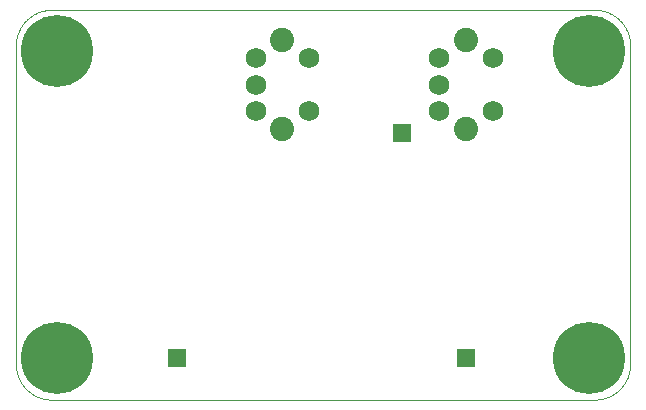
<source format=gbs>
G75*
%MOIN*%
%OFA0B0*%
%FSLAX25Y25*%
%IPPOS*%
%LPD*%
%AMOC8*
5,1,8,0,0,1.08239X$1,22.5*
%
%ADD10C,0.00394*%
%ADD11C,0.06896*%
%ADD12C,0.08077*%
%ADD13C,0.24022*%
%ADD14R,0.06306X0.06306*%
D10*
X0032280Y0024681D02*
X0213383Y0024681D01*
X0213668Y0024684D01*
X0213954Y0024695D01*
X0214239Y0024712D01*
X0214523Y0024736D01*
X0214807Y0024767D01*
X0215090Y0024805D01*
X0215371Y0024850D01*
X0215652Y0024901D01*
X0215932Y0024959D01*
X0216210Y0025024D01*
X0216486Y0025096D01*
X0216760Y0025174D01*
X0217033Y0025259D01*
X0217303Y0025351D01*
X0217571Y0025449D01*
X0217837Y0025553D01*
X0218100Y0025664D01*
X0218360Y0025781D01*
X0218618Y0025904D01*
X0218872Y0026034D01*
X0219123Y0026170D01*
X0219371Y0026311D01*
X0219615Y0026459D01*
X0219856Y0026612D01*
X0220092Y0026772D01*
X0220325Y0026937D01*
X0220554Y0027107D01*
X0220779Y0027283D01*
X0220999Y0027465D01*
X0221215Y0027651D01*
X0221426Y0027843D01*
X0221633Y0028040D01*
X0221835Y0028242D01*
X0222032Y0028449D01*
X0222224Y0028660D01*
X0222410Y0028876D01*
X0222592Y0029096D01*
X0222768Y0029321D01*
X0222938Y0029550D01*
X0223103Y0029783D01*
X0223263Y0030019D01*
X0223416Y0030260D01*
X0223564Y0030504D01*
X0223705Y0030752D01*
X0223841Y0031003D01*
X0223971Y0031257D01*
X0224094Y0031515D01*
X0224211Y0031775D01*
X0224322Y0032038D01*
X0224426Y0032304D01*
X0224524Y0032572D01*
X0224616Y0032842D01*
X0224701Y0033115D01*
X0224779Y0033389D01*
X0224851Y0033665D01*
X0224916Y0033943D01*
X0224974Y0034223D01*
X0225025Y0034504D01*
X0225070Y0034785D01*
X0225108Y0035068D01*
X0225139Y0035352D01*
X0225163Y0035636D01*
X0225180Y0035921D01*
X0225191Y0036207D01*
X0225194Y0036492D01*
X0225194Y0142791D01*
X0225191Y0143076D01*
X0225180Y0143362D01*
X0225163Y0143647D01*
X0225139Y0143931D01*
X0225108Y0144215D01*
X0225070Y0144498D01*
X0225025Y0144779D01*
X0224974Y0145060D01*
X0224916Y0145340D01*
X0224851Y0145618D01*
X0224779Y0145894D01*
X0224701Y0146168D01*
X0224616Y0146441D01*
X0224524Y0146711D01*
X0224426Y0146979D01*
X0224322Y0147245D01*
X0224211Y0147508D01*
X0224094Y0147768D01*
X0223971Y0148026D01*
X0223841Y0148280D01*
X0223705Y0148531D01*
X0223564Y0148779D01*
X0223416Y0149023D01*
X0223263Y0149264D01*
X0223103Y0149500D01*
X0222938Y0149733D01*
X0222768Y0149962D01*
X0222592Y0150187D01*
X0222410Y0150407D01*
X0222224Y0150623D01*
X0222032Y0150834D01*
X0221835Y0151041D01*
X0221633Y0151243D01*
X0221426Y0151440D01*
X0221215Y0151632D01*
X0220999Y0151818D01*
X0220779Y0152000D01*
X0220554Y0152176D01*
X0220325Y0152346D01*
X0220092Y0152511D01*
X0219856Y0152671D01*
X0219615Y0152824D01*
X0219371Y0152972D01*
X0219123Y0153113D01*
X0218872Y0153249D01*
X0218618Y0153379D01*
X0218360Y0153502D01*
X0218100Y0153619D01*
X0217837Y0153730D01*
X0217571Y0153834D01*
X0217303Y0153932D01*
X0217033Y0154024D01*
X0216760Y0154109D01*
X0216486Y0154187D01*
X0216210Y0154259D01*
X0215932Y0154324D01*
X0215652Y0154382D01*
X0215371Y0154433D01*
X0215090Y0154478D01*
X0214807Y0154516D01*
X0214523Y0154547D01*
X0214239Y0154571D01*
X0213954Y0154588D01*
X0213668Y0154599D01*
X0213383Y0154602D01*
X0032280Y0154602D01*
X0031995Y0154599D01*
X0031709Y0154588D01*
X0031424Y0154571D01*
X0031140Y0154547D01*
X0030856Y0154516D01*
X0030573Y0154478D01*
X0030292Y0154433D01*
X0030011Y0154382D01*
X0029731Y0154324D01*
X0029453Y0154259D01*
X0029177Y0154187D01*
X0028903Y0154109D01*
X0028630Y0154024D01*
X0028360Y0153932D01*
X0028092Y0153834D01*
X0027826Y0153730D01*
X0027563Y0153619D01*
X0027303Y0153502D01*
X0027045Y0153379D01*
X0026791Y0153249D01*
X0026540Y0153113D01*
X0026292Y0152972D01*
X0026048Y0152824D01*
X0025807Y0152671D01*
X0025571Y0152511D01*
X0025338Y0152346D01*
X0025109Y0152176D01*
X0024884Y0152000D01*
X0024664Y0151818D01*
X0024448Y0151632D01*
X0024237Y0151440D01*
X0024030Y0151243D01*
X0023828Y0151041D01*
X0023631Y0150834D01*
X0023439Y0150623D01*
X0023253Y0150407D01*
X0023071Y0150187D01*
X0022895Y0149962D01*
X0022725Y0149733D01*
X0022560Y0149500D01*
X0022400Y0149264D01*
X0022247Y0149023D01*
X0022099Y0148779D01*
X0021958Y0148531D01*
X0021822Y0148280D01*
X0021692Y0148026D01*
X0021569Y0147768D01*
X0021452Y0147508D01*
X0021341Y0147245D01*
X0021237Y0146979D01*
X0021139Y0146711D01*
X0021047Y0146441D01*
X0020962Y0146168D01*
X0020884Y0145894D01*
X0020812Y0145618D01*
X0020747Y0145340D01*
X0020689Y0145060D01*
X0020638Y0144779D01*
X0020593Y0144498D01*
X0020555Y0144215D01*
X0020524Y0143931D01*
X0020500Y0143647D01*
X0020483Y0143362D01*
X0020472Y0143076D01*
X0020469Y0142791D01*
X0020469Y0036492D01*
X0020472Y0036207D01*
X0020483Y0035921D01*
X0020500Y0035636D01*
X0020524Y0035352D01*
X0020555Y0035068D01*
X0020593Y0034785D01*
X0020638Y0034504D01*
X0020689Y0034223D01*
X0020747Y0033943D01*
X0020812Y0033665D01*
X0020884Y0033389D01*
X0020962Y0033115D01*
X0021047Y0032842D01*
X0021139Y0032572D01*
X0021237Y0032304D01*
X0021341Y0032038D01*
X0021452Y0031775D01*
X0021569Y0031515D01*
X0021692Y0031257D01*
X0021822Y0031003D01*
X0021958Y0030752D01*
X0022099Y0030504D01*
X0022247Y0030260D01*
X0022400Y0030019D01*
X0022560Y0029783D01*
X0022725Y0029550D01*
X0022895Y0029321D01*
X0023071Y0029096D01*
X0023253Y0028876D01*
X0023439Y0028660D01*
X0023631Y0028449D01*
X0023828Y0028242D01*
X0024030Y0028040D01*
X0024237Y0027843D01*
X0024448Y0027651D01*
X0024664Y0027465D01*
X0024884Y0027283D01*
X0025109Y0027107D01*
X0025338Y0026937D01*
X0025571Y0026772D01*
X0025807Y0026612D01*
X0026048Y0026459D01*
X0026292Y0026311D01*
X0026540Y0026170D01*
X0026791Y0026034D01*
X0027045Y0025904D01*
X0027303Y0025781D01*
X0027563Y0025664D01*
X0027826Y0025553D01*
X0028092Y0025449D01*
X0028360Y0025351D01*
X0028630Y0025259D01*
X0028903Y0025174D01*
X0029177Y0025096D01*
X0029453Y0025024D01*
X0029731Y0024959D01*
X0030011Y0024901D01*
X0030292Y0024850D01*
X0030573Y0024805D01*
X0030856Y0024767D01*
X0031140Y0024736D01*
X0031424Y0024712D01*
X0031709Y0024695D01*
X0031995Y0024684D01*
X0032280Y0024681D01*
D11*
X0100361Y0120823D03*
X0100361Y0129681D03*
X0100361Y0138539D03*
X0118077Y0138539D03*
X0118077Y0120823D03*
X0161611Y0120823D03*
X0161611Y0129681D03*
X0161611Y0138539D03*
X0179327Y0138539D03*
X0179327Y0120823D03*
D12*
X0170469Y0114917D03*
X0170469Y0144445D03*
X0109219Y0144445D03*
X0109219Y0114917D03*
D13*
X0034249Y0140823D03*
X0034249Y0038461D03*
X0211414Y0038461D03*
X0211414Y0140823D03*
D14*
X0149219Y0113431D03*
X0170469Y0038431D03*
X0074219Y0038431D03*
M02*

</source>
